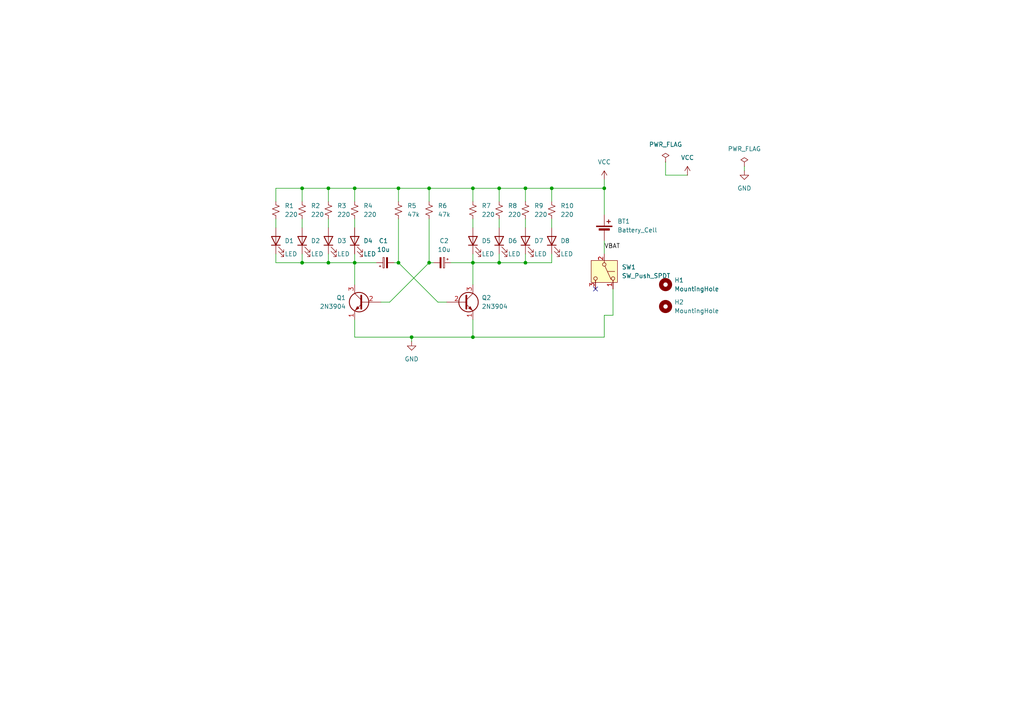
<source format=kicad_sch>
(kicad_sch (version 20231120) (generator "eeschema") (generator_version "8.0")
  (paper "A4")
  (lib_symbols
    (symbol "Device:Battery_Cell" (pin_numbers hide) (pin_names (offset 0) hide)
      (property "Reference" "BT" (at 2.54 2.54 0))
      (property "Value" "Battery_Cell" (at 2.54 0 0))
      (symbol "Battery_Cell_0_1"
        (rectangle (start -2.286 1.778) (end 2.286 1.524) (fill (type outline)))
        (rectangle (start -1.524 1.016) (end 1.524 0.508) (fill (type outline)))
        (polyline (pts (xy 0 0.762) (xy 0 0)))
        (polyline (pts (xy 0 1.778) (xy 0 2.54)))
        (polyline (pts (xy 0.762 3.048) (xy 1.778 3.048)) (stroke (width 0.254)))
        (polyline (pts (xy 1.27 3.556) (xy 1.27 2.54)) (stroke (width 0.254)))
      )
      (symbol "Battery_Cell_1_1"
        (pin passive line (at 0 5.08 270) (length 2.54) (name "+") (number "1"))
        (pin passive line (at 0 -2.54 90) (length 2.54) (name "-") (number "2"))
      )
    )
    (symbol "Device:C_Polarized_Small" (pin_numbers hide) (pin_names (offset 0.254) hide)
      (property "Reference" "C" (at 0.254 1.778 0))
      (property "Value" "C_Polarized_Small" (at 0.254 -2.032 0))
      (symbol "C_Polarized_Small_0_1"
        (rectangle (start -1.524 -0.3048) (end 1.524 -0.6858) (fill (type outline)))
        (rectangle (start -1.524 0.6858) (end 1.524 0.3048))
        (polyline (pts (xy -1.27 1.524) (xy -0.762 1.524)))
        (polyline (pts (xy -1.016 1.27) (xy -1.016 1.778)))
      )
      (symbol "C_Polarized_Small_1_1"
        (pin passive line (at 0 2.54 270) (length 1.8542) (name "~") (number "1"))
        (pin passive line (at 0 -2.54 90) (length 1.8542) (name "~") (number "2"))
      )
    )
    (symbol "Device:LED" (pin_numbers hide) (pin_names (offset 1.016) hide)
      (property "Reference" "D" (at 0 2.54 0))
      (property "Value" "LED" (at 0 -2.54 0))
      (symbol "LED_0_1"
        (polyline (pts (xy -1.27 -1.27) (xy -1.27 1.27)) (stroke (width 0.254)))
        (polyline (pts (xy -1.27 0) (xy 1.27 0)))
        (polyline (pts (xy 1.27 -1.27) (xy 1.27 1.27) (xy -1.27 0) (xy 1.27 -1.27)) (stroke (width 0.254)))
        (polyline (pts (xy -3.048 -0.762) (xy -4.572 -2.286) (xy -3.81 -2.286) (xy -4.572 -2.286) (xy -4.572 -1.524)))
        (polyline (pts (xy -1.778 -0.762) (xy -3.302 -2.286) (xy -2.54 -2.286) (xy -3.302 -2.286) (xy -3.302 -1.524)))
      )
      (symbol "LED_1_1"
        (pin passive line (at -3.81 0 0) (length 2.54) (name "K") (number "1"))
        (pin passive line (at 3.81 0 180) (length 2.54) (name "A") (number "2"))
      )
    )
    (symbol "Device:R_Small_US" (pin_numbers hide) (pin_names (offset 0.254) hide)
      (property "Reference" "R" (at 0.762 0.508 0))
      (property "Value" "R_Small_US" (at 0.762 -1.016 0))
      (symbol "R_Small_US_1_1"
        (polyline (pts (xy 0 0) (xy 1.016 -0.381) (xy 0 -0.762) (xy -1.016 -1.143) (xy 0 -1.524)))
        (polyline (pts (xy 0 1.524) (xy 1.016 1.143) (xy 0 0.762) (xy -1.016 0.381) (xy 0 0)))
        (pin passive line (at 0 2.54 270) (length 1.016) (name "~") (number "1"))
        (pin passive line (at 0 -2.54 90) (length 1.016) (name "~") (number "2"))
      )
    )
    (symbol "Mechanical:MountingHole" (pin_names (offset 1.016))
      (property "Reference" "H" (at 0 5.08 0))
      (property "Value" "MountingHole" (at 0 3.175 0))
      (symbol "MountingHole_0_1"
        (circle (center 0 0) (radius 1.27) (stroke (width 1.27)))
      )
    )
    (symbol "Switch:SW_Push_SPDT" (pin_names (offset 0) hide)
      (property "Reference" "SW" (at 0 5.08 0))
      (property "Value" "SW_Push_SPDT" (at 0 -5.08 0))
      (symbol "SW_Push_SPDT_0_0"
        (circle (center -2.032 0) (radius 0.508))
        (polyline (pts (xy 0 1.016) (xy 0 3.048)))
        (circle (center 2.032 -2.54) (radius 0.508))
      )
      (symbol "SW_Push_SPDT_0_1"
        (polyline (pts (xy -1.524 0.2032) (xy 2.3368 1.9812)))
        (circle (center 2.032 2.54) (radius 0.508))
      )
      (symbol "SW_Push_SPDT_1_1"
        (rectangle (start -3.175 3.81) (end 3.175 -3.81) (fill (type background)))
        (pin passive line (at 5.08 2.54 180) (length 2.54) (name "A") (number "1"))
        (pin passive line (at -5.08 0 0) (length 2.54) (name "B") (number "2"))
        (pin passive line (at 5.08 -2.54 180) (length 2.54) (name "C") (number "3"))
      )
    )
    (symbol "Transistor_BJT:2N3904" (pin_names (offset 0) hide)
      (property "Reference" "Q" (at 5.08 1.905 0))
      (property "Value" "2N3904" (at 5.08 0 0))
      (symbol "2N3904_0_1"
        (polyline (pts (xy 0.635 0.635) (xy 2.54 2.54)))
        (polyline (pts (xy 0.635 -0.635) (xy 2.54 -2.54) (xy 2.54 -2.54)))
        (polyline (pts (xy 0.635 1.905) (xy 0.635 -1.905) (xy 0.635 -1.905)) (stroke (width 0.508)))
        (polyline (pts (xy 1.27 -1.778) (xy 1.778 -1.27) (xy 2.286 -2.286) (xy 1.27 -1.778) (xy 1.27 -1.778)) (fill (type outline)))
        (circle (center 1.27 0) (radius 2.8194) (stroke (width 0.254)))
      )
      (symbol "2N3904_1_1"
        (pin passive line (at 2.54 -5.08 90) (length 2.54) (name "E") (number "1"))
        (pin passive line (at -5.08 0 0) (length 5.715) (name "B") (number "2"))
        (pin passive line (at 2.54 5.08 270) (length 2.54) (name "C") (number "3"))
      )
    )
    (symbol "power:GND" (power) (pin_numbers hide) (pin_names (offset 0) hide)
      (property "Value" "GND" (at 0 -3.81 0))
      (symbol "GND_0_1"
        (polyline (pts (xy 0 0) (xy 0 -1.27) (xy 1.27 -1.27) (xy 0 -2.54) (xy -1.27 -1.27) (xy 0 -1.27)))
      )
      (symbol "GND_1_1"
        (pin power_in line (at 0 0 270) (length 0) (name "~") (number "1"))
      )
    )
    (symbol "power:PWR_FLAG" (power) (pin_numbers hide) (pin_names (offset 0) hide)
      (property "Value" "PWR_FLAG" (at 0 3.81 0))
      (symbol "PWR_FLAG_0_0"
        (pin power_out line (at 0 0 90) (length 0) (name "~") (number "1"))
      )
      (symbol "PWR_FLAG_0_1"
        (polyline (pts (xy 0 0) (xy 0 1.27) (xy -1.016 1.905) (xy 0 2.54) (xy 1.016 1.905) (xy 0 1.27)))
      )
    )
    (symbol "power:VCC" (power) (pin_numbers hide) (pin_names (offset 0) hide)
      (property "Value" "VCC" (at 0 3.556 0))
      (symbol "VCC_0_1"
        (polyline (pts (xy -0.762 1.27) (xy 0 2.54)))
        (polyline (pts (xy 0 0) (xy 0 2.54)))
        (polyline (pts (xy 0 2.54) (xy 0.762 1.27)))
      )
      (symbol "VCC_1_1"
        (pin power_in line (at 0 0 90) (length 0) (name "~") (number "1"))
      )
    )
  )
  (junction (at 102.87 54.61))
  (junction (at 160.02 54.61))
  (junction (at 144.78 54.61))
  (junction (at 124.46 76.2))
  (junction (at 119.38 97.79))
  (junction (at 115.57 54.61))
  (junction (at 152.4 76.2))
  (junction (at 115.57 76.2))
  (junction (at 137.16 97.79))
  (junction (at 95.25 76.2))
  (junction (at 144.78 76.2))
  (junction (at 137.16 54.61))
  (junction (at 152.4 54.61))
  (junction (at 124.46 54.61))
  (junction (at 95.25 54.61))
  (junction (at 87.63 54.61))
  (junction (at 175.26 54.61))
  (junction (at 102.87 76.2))
  (junction (at 137.16 76.2))
  (junction (at 87.63 76.2))
  (no_connect (at 172.72 83.82))
  (wire (pts (xy 152.4 73.66) (xy 152.4 76.2)))
  (wire (pts (xy 124.46 58.42) (xy 124.46 54.61)))
  (wire (pts (xy 95.25 73.66) (xy 95.25 76.2)))
  (wire (pts (xy 175.26 54.61) (xy 160.02 54.61)))
  (wire (pts (xy 137.16 63.5) (xy 137.16 66.04)))
  (wire (pts (xy 144.78 73.66) (xy 144.78 76.2)))
  (wire (pts (xy 95.25 54.61) (xy 102.87 54.61)))
  (wire (pts (xy 144.78 76.2) (xy 152.4 76.2)))
  (wire (pts (xy 80.01 58.42) (xy 80.01 54.61)))
  (wire (pts (xy 175.26 52.07) (xy 175.26 54.61)))
  (wire (pts (xy 137.16 73.66) (xy 137.16 76.2)))
  (wire (pts (xy 144.78 58.42) (xy 144.78 54.61)))
  (wire (pts (xy 193.04 46.99) (xy 193.04 50.8)))
  (wire (pts (xy 152.4 58.42) (xy 152.4 54.61)))
  (wire (pts (xy 95.25 58.42) (xy 95.25 54.61)))
  (wire (pts (xy 130.81 76.2) (xy 137.16 76.2)))
  (wire (pts (xy 144.78 54.61) (xy 152.4 54.61)))
  (wire (pts (xy 124.46 63.5) (xy 124.46 76.2)))
  (wire (pts (xy 95.25 76.2) (xy 87.63 76.2)))
  (wire (pts (xy 113.03 87.63) (xy 124.46 76.2)))
  (wire (pts (xy 115.57 54.61) (xy 124.46 54.61)))
  (wire (pts (xy 160.02 54.61) (xy 160.02 58.42)))
  (wire (pts (xy 137.16 76.2) (xy 144.78 76.2)))
  (wire (pts (xy 102.87 97.79) (xy 102.87 92.71)))
  (wire (pts (xy 115.57 54.61) (xy 115.57 58.42)))
  (wire (pts (xy 175.26 69.85) (xy 175.26 73.66)))
  (wire (pts (xy 87.63 54.61) (xy 95.25 54.61)))
  (wire (pts (xy 114.3 76.2) (xy 115.57 76.2)))
  (wire (pts (xy 124.46 54.61) (xy 137.16 54.61)))
  (wire (pts (xy 124.46 76.2) (xy 125.73 76.2)))
  (wire (pts (xy 102.87 58.42) (xy 102.87 54.61)))
  (wire (pts (xy 80.01 63.5) (xy 80.01 66.04)))
  (wire (pts (xy 119.38 97.79) (xy 119.38 99.06)))
  (wire (pts (xy 177.8 91.44) (xy 175.26 91.44)))
  (wire (pts (xy 80.01 54.61) (xy 87.63 54.61)))
  (wire (pts (xy 193.04 50.8) (xy 199.39 50.8)))
  (wire (pts (xy 177.8 83.82) (xy 177.8 91.44)))
  (wire (pts (xy 144.78 63.5) (xy 144.78 66.04)))
  (wire (pts (xy 87.63 58.42) (xy 87.63 54.61)))
  (wire (pts (xy 160.02 73.66) (xy 160.02 76.2)))
  (wire (pts (xy 137.16 58.42) (xy 137.16 54.61)))
  (wire (pts (xy 102.87 76.2) (xy 102.87 82.55)))
  (wire (pts (xy 152.4 76.2) (xy 160.02 76.2)))
  (wire (pts (xy 115.57 63.5) (xy 115.57 76.2)))
  (wire (pts (xy 160.02 63.5) (xy 160.02 66.04)))
  (wire (pts (xy 95.25 63.5) (xy 95.25 66.04)))
  (wire (pts (xy 102.87 63.5) (xy 102.87 66.04)))
  (wire (pts (xy 152.4 63.5) (xy 152.4 66.04)))
  (wire (pts (xy 137.16 54.61) (xy 144.78 54.61)))
  (wire (pts (xy 129.54 87.63) (xy 127 87.63)))
  (wire (pts (xy 137.16 92.71) (xy 137.16 97.79)))
  (wire (pts (xy 215.9 48.26) (xy 215.9 49.53)))
  (wire (pts (xy 87.63 63.5) (xy 87.63 66.04)))
  (wire (pts (xy 137.16 97.79) (xy 175.26 97.79)))
  (wire (pts (xy 102.87 54.61) (xy 115.57 54.61)))
  (wire (pts (xy 175.26 91.44) (xy 175.26 97.79)))
  (wire (pts (xy 152.4 54.61) (xy 160.02 54.61)))
  (wire (pts (xy 102.87 76.2) (xy 109.22 76.2)))
  (wire (pts (xy 80.01 76.2) (xy 80.01 73.66)))
  (wire (pts (xy 102.87 76.2) (xy 95.25 76.2)))
  (wire (pts (xy 110.49 87.63) (xy 113.03 87.63)))
  (wire (pts (xy 87.63 76.2) (xy 80.01 76.2)))
  (wire (pts (xy 127 87.63) (xy 115.57 76.2)))
  (wire (pts (xy 119.38 97.79) (xy 137.16 97.79)))
  (wire (pts (xy 175.26 62.23) (xy 175.26 54.61)))
  (wire (pts (xy 87.63 73.66) (xy 87.63 76.2)))
  (wire (pts (xy 137.16 76.2) (xy 137.16 82.55)))
  (wire (pts (xy 102.87 97.79) (xy 119.38 97.79)))
  (wire (pts (xy 102.87 73.66) (xy 102.87 76.2)))
  (label "VBAT" (at 175.26 72.39 0))
  (symbol (lib_id "Device:LED") (at 137.16 69.85 90) (unit 1)
    (property "Reference" "D5" (at 139.7 69.85 90) (effects (justify right)))
    (property "Value" "LED" (at 139.7 73.66 90) (effects (justify right)))
    (property "Footprint" "LED_THT:LED_D5.0mm" (effects (hide yes)))
  )
  (symbol (lib_id "Device:R_Small_US") (at 137.16 60.96 0) (unit 1)
    (property "Reference" "R7" (at 139.7 59.6899 0) (effects (justify left)))
    (property "Value" "220" (at 139.7 62.2299 0) (effects (justify left)))
    (property "Footprint" "Resistor_THT:R_Axial_DIN0207_L6.3mm_D2.5mm_P10.16mm_Horizontal" (effects (hide yes)))
  )
  (symbol (lib_id "Device:LED") (at 80.01 69.85 90) (unit 1)
    (property "Reference" "D1" (at 82.55 69.85 90) (effects (justify right)))
    (property "Value" "LED" (at 82.55 73.66 90) (effects (justify right)))
    (property "Footprint" "LED_THT:LED_D5.0mm" (effects (hide yes)))
  )
  (symbol (lib_id "Switch:SW_Push_SPDT") (at 175.26 78.74 270) (unit 1)
    (property "Reference" "SW1" (at 180.34 77.4699 90) (effects (justify left)))
    (property "Value" "SW_Push_SPDT" (at 180.34 80.0099 90) (effects (justify left)))
    (property "Footprint" "Button_Switch_SMD:SW_SPDT_CK_JS102011SAQN" (effects (hide yes)))
    (property "Description" "Momentary Switch, single pole double throw" (effects (hide yes)))
  )
  (symbol (lib_id "Device:R_Small_US") (at 80.01 60.96 0) (unit 1)
    (property "Reference" "R1" (at 82.55 59.6899 0) (effects (justify left)))
    (property "Value" "220" (at 82.55 62.2299 0) (effects (justify left)))
    (property "Footprint" "Resistor_THT:R_Axial_DIN0207_L6.3mm_D2.5mm_P10.16mm_Horizontal" (effects (hide yes)))
  )
  (symbol (lib_id "Device:LED") (at 102.87 69.85 90) (unit 1)
    (property "Reference" "D4" (at 105.41 69.85 90) (effects (justify right)))
    (property "Value" "LED" (at 105.41 73.66 90) (effects (justify right)))
    (property "Footprint" "LED_THT:LED_D5.0mm" (effects (hide yes)))
  )
  (symbol (lib_id "Device:C_Polarized_Small") (at 111.76 76.2 90) (unit 1)
    (property "Reference" "C1" (at 111.2139 69.85 90))
    (property "Value" "10u" (at 111.2139 72.39 90))
    (property "Footprint" "Capacitor_THT:CP_Radial_D5.0mm_P2.00mm" (effects (hide yes)))
  )
  (symbol (lib_id "Device:LED") (at 160.02 69.85 90) (unit 1)
    (property "Reference" "D8" (at 162.56 69.85 90) (effects (justify right)))
    (property "Value" "LED" (at 162.56 73.66 90) (effects (justify right)))
    (property "Footprint" "LED_THT:LED_D5.0mm" (effects (hide yes)))
  )
  (symbol (lib_id "Device:LED") (at 87.63 69.85 90) (unit 1)
    (property "Reference" "D2" (at 90.17 69.85 90) (effects (justify right)))
    (property "Value" "LED" (at 90.17 73.66 90) (effects (justify right)))
    (property "Footprint" "LED_THT:LED_D5.0mm" (effects (hide yes)))
  )
  (symbol (lib_id "Device:R_Small_US") (at 87.63 60.96 0) (unit 1)
    (property "Reference" "R2" (at 90.17 59.6899 0) (effects (justify left)))
    (property "Value" "220" (at 90.17 62.2299 0) (effects (justify left)))
    (property "Footprint" "Resistor_THT:R_Axial_DIN0207_L6.3mm_D2.5mm_P10.16mm_Horizontal" (effects (hide yes)))
  )
  (symbol (lib_id "Device:R_Small_US") (at 95.25 60.96 0) (unit 1)
    (property "Reference" "R3" (at 97.79 59.6899 0) (effects (justify left)))
    (property "Value" "220" (at 97.79 62.2299 0) (effects (justify left)))
    (property "Footprint" "Resistor_THT:R_Axial_DIN0207_L6.3mm_D2.5mm_P10.16mm_Horizontal" (effects (hide yes)))
  )
  (symbol (lib_id "power:PWR_FLAG") (at 215.9 48.26 0) (unit 1)
    (property "Reference" "#FLG02" (effects (hide yes)))
    (property "Value" "PWR_FLAG" (at 215.9 43.18 0))
    (property "Description" "Special symbol for telling ERC where power comes from" (effects (hide yes)))
  )
  (symbol (lib_id "Mechanical:MountingHole") (at 193.04 88.9 0) (unit 1)
    (property "Reference" "H2" (at 195.58 87.6299 0) (effects (justify left)))
    (property "Value" "MountingHole" (at 195.58 90.1699 0) (effects (justify left)))
    (property "Footprint" "MountingHole:MountingHole_4.3mm_M4" (effects (hide yes)))
  )
  (symbol (lib_id "Mechanical:MountingHole") (at 193.04 82.55 0) (unit 1)
    (property "Reference" "H1" (at 195.58 81.2799 0) (effects (justify left)))
    (property "Value" "MountingHole" (at 195.58 83.8199 0) (effects (justify left)))
    (property "Footprint" "MountingHole:MountingHole_4.3mm_M4" (effects (hide yes)))
  )
  (symbol (lib_id "power:VCC") (at 199.39 50.8 0) (unit 1)
    (property "Reference" "#PWR04" (effects (hide yes)))
    (property "Value" "VCC" (at 199.39 45.72 0))
    (property "Description" "Power symbol creates a global label with name \"VCC\"" (effects (hide yes)))
  )
  (symbol (lib_id "Device:C_Polarized_Small") (at 128.27 76.2 270) (unit 1)
    (property "Reference" "C2" (at 128.8161 69.85 90))
    (property "Value" "10u" (at 128.8161 72.39 90))
    (property "Footprint" "Capacitor_THT:CP_Radial_D5.0mm_P2.00mm" (effects (hide yes)))
  )
  (symbol (lib_id "Transistor_BJT:2N3904") (at 105.41 87.63 0) (mirror y) (unit 1)
    (property "Reference" "Q1" (at 100.33 86.3599 0) (effects (justify left)))
    (property "Value" "2N3904" (at 100.33 88.8999 0) (effects (justify left)))
    (property "Footprint" "Package_TO_SOT_THT:TO-92_Inline" (effects (hide yes)))
    (property "Datasheet" "https://www.onsemi.com/pub/Collateral/2N3903-D.PDF" (effects (hide yes)))
    (property "Description" "0.2A Ic, 40V Vce, Small Signal NPN Transistor, TO-92" (effects (hide yes)))
  )
  (symbol (lib_id "power:VCC") (at 175.26 52.07 0) (unit 1)
    (property "Reference" "#PWR02" (effects (hide yes)))
    (property "Value" "VCC" (at 175.26 46.99 0))
    (property "Description" "Power symbol creates a global label with name \"VCC\"" (effects (hide yes)))
  )
  (symbol (lib_id "power:GND") (at 215.9 49.53 0) (unit 1)
    (property "Reference" "#PWR03" (effects (hide yes)))
    (property "Value" "GND" (at 215.9 54.61 0))
    (property "Description" "Power symbol creates a global label with name \"GND\" , ground" (effects (hide yes)))
  )
  (symbol (lib_id "power:PWR_FLAG") (at 193.04 46.99 0) (unit 1)
    (property "Reference" "#FLG01" (effects (hide yes)))
    (property "Value" "PWR_FLAG" (at 193.04 41.91 0))
    (property "Description" "Special symbol for telling ERC where power comes from" (effects (hide yes)))
  )
  (symbol (lib_id "Device:R_Small_US") (at 124.46 60.96 0) (unit 1)
    (property "Reference" "R6" (at 127 59.6899 0) (effects (justify left)))
    (property "Value" "47k" (at 127 62.2299 0) (effects (justify left)))
    (property "Footprint" "Resistor_THT:R_Axial_DIN0207_L6.3mm_D2.5mm_P10.16mm_Horizontal" (effects (hide yes)))
  )
  (symbol (lib_id "Device:R_Small_US") (at 144.78 60.96 0) (unit 1)
    (property "Reference" "R8" (at 147.32 59.6899 0) (effects (justify left)))
    (property "Value" "220" (at 147.32 62.2299 0) (effects (justify left)))
    (property "Footprint" "Resistor_THT:R_Axial_DIN0207_L6.3mm_D2.5mm_P10.16mm_Horizontal" (effects (hide yes)))
  )
  (symbol (lib_id "Device:R_Small_US") (at 115.57 60.96 0) (unit 1)
    (property "Reference" "R5" (at 118.11 59.6899 0) (effects (justify left)))
    (property "Value" "47k" (at 118.11 62.2299 0) (effects (justify left)))
    (property "Footprint" "Resistor_THT:R_Axial_DIN0207_L6.3mm_D2.5mm_P10.16mm_Horizontal" (effects (hide yes)))
  )
  (symbol (lib_id "Device:R_Small_US") (at 160.02 60.96 0) (unit 1)
    (property "Reference" "R10" (at 162.56 59.6899 0) (effects (justify left)))
    (property "Value" "220" (at 162.56 62.2299 0) (effects (justify left)))
    (property "Footprint" "Resistor_THT:R_Axial_DIN0207_L6.3mm_D2.5mm_P10.16mm_Horizontal" (effects (hide yes)))
  )
  (symbol (lib_id "Device:LED") (at 144.78 69.85 90) (unit 1)
    (property "Reference" "D6" (at 147.32 69.85 90) (effects (justify right)))
    (property "Value" "LED" (at 147.32 73.66 90) (effects (justify right)))
    (property "Footprint" "LED_THT:LED_D5.0mm" (effects (hide yes)))
  )
  (symbol (lib_id "power:GND") (at 119.38 99.06 0) (unit 1)
    (property "Reference" "#PWR01" (effects (hide yes)))
    (property "Value" "GND" (at 119.38 104.14 0))
    (property "Description" "Power symbol creates a global label with name \"GND\" , ground" (effects (hide yes)))
  )
  (symbol (lib_id "Device:R_Small_US") (at 152.4 60.96 0) (unit 1)
    (property "Reference" "R9" (at 154.94 59.6899 0) (effects (justify left)))
    (property "Value" "220" (at 154.94 62.2299 0) (effects (justify left)))
    (property "Footprint" "Resistor_THT:R_Axial_DIN0207_L6.3mm_D2.5mm_P10.16mm_Horizontal" (effects (hide yes)))
  )
  (symbol (lib_id "Transistor_BJT:2N3904") (at 134.62 87.63 0) (unit 1)
    (property "Reference" "Q2" (at 139.7 86.3599 0) (effects (justify left)))
    (property "Value" "2N3904" (at 139.7 88.8999 0) (effects (justify left)))
    (property "Footprint" "Package_TO_SOT_THT:TO-92_Inline" (effects (hide yes)))
    (property "Datasheet" "https://www.onsemi.com/pub/Collateral/2N3903-D.PDF" (effects (hide yes)))
    (property "Description" "0.2A Ic, 40V Vce, Small Signal NPN Transistor, TO-92" (effects (hide yes)))
  )
  (symbol (lib_id "Device:R_Small_US") (at 102.87 60.96 0) (unit 1)
    (property "Reference" "R4" (at 105.41 59.6899 0) (effects (justify left)))
    (property "Value" "220" (at 105.41 62.2299 0) (effects (justify left)))
    (property "Footprint" "Resistor_THT:R_Axial_DIN0207_L6.3mm_D2.5mm_P10.16mm_Horizontal" (effects (hide yes)))
  )
  (symbol (lib_id "Device:Battery_Cell") (at 175.26 67.31 0) (unit 1)
    (property "Reference" "BT1" (at 179.07 64.1984 0) (effects (justify left)))
    (property "Value" "Battery_Cell" (at 179.07 66.7384 0) (effects (justify left)))
    (property "Footprint" "Battery:BatteryHolder_Keystone_3002_1x2032" (effects (hide yes)))
    (property "Description" "Single-cell battery" (effects (hide yes)))
  )
  (symbol (lib_id "Device:LED") (at 95.25 69.85 90) (unit 1)
    (property "Reference" "D3" (at 97.79 69.85 90) (effects (justify right)))
    (property "Value" "LED" (at 97.79 73.66 90) (effects (justify right)))
    (property "Footprint" "LED_THT:LED_D5.0mm" (effects (hide yes)))
  )
  (symbol (lib_id "Device:LED") (at 152.4 69.85 90) (unit 1)
    (property "Reference" "D7" (at 154.94 69.85 90) (effects (justify right)))
    (property "Value" "LED" (at 154.94 73.66 90) (effects (justify right)))
    (property "Footprint" "LED_THT:LED_D5.0mm" (effects (hide yes)))
  )
)
</source>
